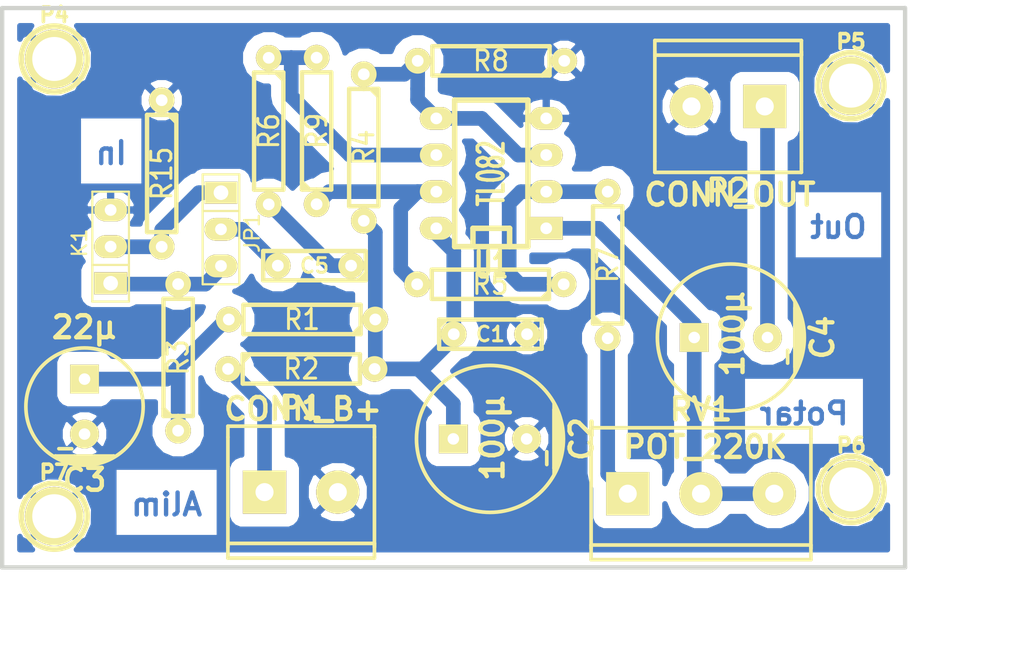
<source format=kicad_pcb>
(kicad_pcb (version 3) (host pcbnew "(2013-mar-13)-testing")

  (general
    (links 40)
    (no_connects 0)
    (area 38.059999 75.003 111.817396 121.120252)
    (thickness 1.6)
    (drawings 11)
    (tracks 77)
    (zones 0)
    (modules 25)
    (nets 16)
  )

  (page A4)
  (layers
    (15 F.Cu signal)
    (0 B.Cu signal)
    (16 B.Adhes user)
    (17 F.Adhes user)
    (18 B.Paste user)
    (19 F.Paste user)
    (20 B.SilkS user)
    (21 F.SilkS user)
    (22 B.Mask user)
    (23 F.Mask user)
    (24 Dwgs.User user)
    (25 Cmts.User user)
    (26 Eco1.User user)
    (27 Eco2.User user)
    (28 Edge.Cuts user)
  )

  (setup
    (last_trace_width 0.254)
    (user_trace_width 0.381)
    (user_trace_width 0.4064)
    (user_trace_width 0.508)
    (user_trace_width 0.889)
    (user_trace_width 1.016)
    (trace_clearance 0.254)
    (zone_clearance 0.889)
    (zone_45_only no)
    (trace_min 0.254)
    (segment_width 0.2)
    (edge_width 0.3)
    (via_size 0.889)
    (via_drill 0.635)
    (via_min_size 0.889)
    (via_min_drill 0.508)
    (uvia_size 0.508)
    (uvia_drill 0.127)
    (uvias_allowed no)
    (uvia_min_size 0.508)
    (uvia_min_drill 0.127)
    (pcb_text_width 0.3)
    (pcb_text_size 1 1)
    (mod_edge_width 0.15)
    (mod_text_size 1 1)
    (mod_text_width 0.15)
    (pad_size 1.524 2.286)
    (pad_drill 1.016)
    (pad_to_mask_clearance 0)
    (aux_axis_origin 0 0)
    (visible_elements FFFDFFFF)
    (pcbplotparams
      (layerselection 284164097)
      (usegerberextensions false)
      (excludeedgelayer true)
      (linewidth 0.150000)
      (plotframeref false)
      (viasonmask false)
      (mode 1)
      (useauxorigin false)
      (hpglpennumber 1)
      (hpglpenspeed 20)
      (hpglpendiameter 15)
      (hpglpenoverlay 2)
      (psnegative false)
      (psa4output false)
      (plotreference false)
      (plotvalue true)
      (plotothertext true)
      (plotinvisibletext true)
      (padsonsilk false)
      (subtractmaskfromsilk false)
      (outputformat 2)
      (mirror false)
      (drillshape 2)
      (scaleselection 1)
      (outputdirectory gerber/))
  )

  (net 0 "")
  (net 1 +5V)
  (net 2 GND)
  (net 3 N-0000020)
  (net 4 N-0000021)
  (net 5 N-0000022)
  (net 6 N-0000023)
  (net 7 N-0000031)
  (net 8 N-0000032)
  (net 9 N-0000033)
  (net 10 N-0000034)
  (net 11 N-0000035)
  (net 12 N-0000036)
  (net 13 N-0000040)
  (net 14 N-0000042)
  (net 15 N-0000043)

  (net_class Default "Ceci est la Netclass par défaut"
    (clearance 0.254)
    (trace_width 0.254)
    (via_dia 0.889)
    (via_drill 0.635)
    (uvia_dia 0.508)
    (uvia_drill 0.127)
    (add_net "")
    (add_net +5V)
    (add_net GND)
    (add_net N-0000020)
    (add_net N-0000021)
    (add_net N-0000022)
    (add_net N-0000023)
    (add_net N-0000031)
    (add_net N-0000032)
    (add_net N-0000033)
    (add_net N-0000034)
    (add_net N-0000035)
    (add_net N-0000036)
    (add_net N-0000040)
    (add_net N-0000042)
    (add_net N-0000043)
  )

  (module C2 (layer F.Cu) (tedit 51B496D4) (tstamp 51B4245C)
    (at 72.06 98.02)
    (descr "Condensateur = 2 pas")
    (tags C)
    (path /51B421BD)
    (fp_text reference C1 (at 0 0) (layer F.SilkS)
      (effects (font (size 1.016 1.016) (thickness 0.2032)))
    )
    (fp_text value 100n (at 0 0) (layer F.SilkS) hide
      (effects (font (size 1.016 1.016) (thickness 0.2032)))
    )
    (fp_line (start -3.556 -1.016) (end 3.556 -1.016) (layer F.SilkS) (width 0.3048))
    (fp_line (start 3.556 -1.016) (end 3.556 1.016) (layer F.SilkS) (width 0.3048))
    (fp_line (start 3.556 1.016) (end -3.556 1.016) (layer F.SilkS) (width 0.3048))
    (fp_line (start -3.556 1.016) (end -3.556 -1.016) (layer F.SilkS) (width 0.3048))
    (fp_line (start -3.556 -0.508) (end -3.048 -1.016) (layer F.SilkS) (width 0.3048))
    (pad 1 thru_hole circle (at -2.54 0) (size 1.778 1.778) (drill 0.8128)
      (layers *.Cu *.Mask F.SilkS)
      (net 14 N-0000042)
    )
    (pad 2 thru_hole circle (at 2.54 0) (size 1.778 1.778) (drill 0.8128)
      (layers *.Cu *.Mask F.SilkS)
      (net 2 GND)
    )
    (model discret/capa_2pas_5x5mm.wrl
      (at (xyz 0 0 0))
      (scale (xyz 1 1 1))
      (rotate (xyz 0 0 0))
    )
  )

  (module CP_10x16mm (layer F.Cu) (tedit 51EFC3E9) (tstamp 51B4246D)
    (at 72.03 105.28 270)
    (descr "Capacitor, pol, cyl 10x16mm")
    (path /51B3B12D)
    (fp_text reference C2 (at 0 -6.35 270) (layer F.SilkS)
      (effects (font (thickness 0.3048)))
    )
    (fp_text value 100µ (at -0.1 -0.18 270) (layer F.SilkS)
      (effects (font (thickness 0.3048)))
    )
    (fp_line (start -2.413 -4.445) (end 2.413 -4.445) (layer F.SilkS) (width 0.254))
    (fp_line (start 1.143 -4.826) (end -1.143 -4.826) (layer F.SilkS) (width 0.254))
    (fp_circle (center 0 0) (end 5.08 0.381) (layer F.SilkS) (width 0.254))
    (fp_line (start 2.032 -4.445) (end -2.032 -4.445) (layer F.SilkS) (width 0.254))
    (fp_line (start -2.032 -4.445) (end -1.651 -4.572) (layer F.SilkS) (width 0.254))
    (fp_line (start -1.651 -4.572) (end 1.651 -4.572) (layer F.SilkS) (width 0.254))
    (fp_line (start 1.651 -4.572) (end 2.032 -4.445) (layer F.SilkS) (width 0.254))
    (fp_line (start 0.889 -3.937) (end 1.778 -3.937) (layer F.SilkS) (width 0.254))
    (fp_line (start 1.016 -4.953) (end -1.016 -4.953) (layer F.SilkS) (width 0.254))
    (fp_line (start -1.016 -4.826) (end 1.016 -4.826) (layer F.SilkS) (width 0.254))
    (fp_line (start -1.524 -4.699) (end 1.524 -4.699) (layer F.SilkS) (width 0.254))
    (pad 1 thru_hole rect (at 0 2.54 270) (size 1.99898 1.99898) (drill 0.8001)
      (layers *.Cu *.Mask F.SilkS)
      (net 14 N-0000042)
    )
    (pad 2 thru_hole circle (at 0 -2.54 270) (size 1.99898 1.99898) (drill 0.8001)
      (layers *.Cu *.Mask F.SilkS)
      (net 2 GND)
    )
    (model ../3D_downloaded/walter/capacitors/cp_10x16mm.wrl
      (at (xyz 0 0 0))
      (scale (xyz 1 1 1))
      (rotate (xyz 0 0 0))
    )
  )

  (module CP_8x13mm (layer F.Cu) (tedit 51EFC3F6) (tstamp 51B4247C)
    (at 43.92 103.04 180)
    (descr "Capacitor, pol, cyl 8x13mm")
    (path /51B3B11B)
    (fp_text reference C3 (at 0 -5.08 180) (layer F.SilkS)
      (effects (font (thickness 0.3048)))
    )
    (fp_text value 22µ (at -0.01 5.5 180) (layer F.SilkS)
      (effects (font (thickness 0.3048)))
    )
    (fp_line (start 2.032 -3.429) (end -2.032 -3.429) (layer F.SilkS) (width 0.254))
    (fp_line (start -2.032 -3.429) (end -1.651 -3.556) (layer F.SilkS) (width 0.254))
    (fp_line (start -1.651 -3.556) (end 1.651 -3.556) (layer F.SilkS) (width 0.254))
    (fp_line (start 1.651 -3.556) (end 2.032 -3.429) (layer F.SilkS) (width 0.254))
    (fp_circle (center 0 0) (end -4.064 0.127) (layer F.SilkS) (width 0.254))
    (fp_line (start 0.889 -2.921) (end 1.778 -2.921) (layer F.SilkS) (width 0.254))
    (fp_line (start 1.016 -3.937) (end -1.016 -3.937) (layer F.SilkS) (width 0.254))
    (fp_line (start -1.016 -3.81) (end 1.016 -3.81) (layer F.SilkS) (width 0.254))
    (fp_line (start -1.524 -3.683) (end 1.524 -3.683) (layer F.SilkS) (width 0.254))
    (pad 1 thru_hole rect (at 0 1.905 180) (size 1.99898 1.99898) (drill 0.8001)
      (layers *.Cu *.Mask F.SilkS)
      (net 9 N-0000033)
    )
    (pad 2 thru_hole circle (at 0 -1.905 180) (size 1.99898 1.99898) (drill 0.8001)
      (layers *.Cu *.Mask F.SilkS)
      (net 2 GND)
    )
    (model ../3D_downloaded/walter/capacitors/cp_8x13mm.wrl
      (at (xyz 0 0 0))
      (scale (xyz 1 1 1))
      (rotate (xyz 0 0 0))
    )
  )

  (module CP_10x16mm (layer F.Cu) (tedit 51EFC3E0) (tstamp 51B4248D)
    (at 88.73 98.25 270)
    (descr "Capacitor, pol, cyl 10x16mm")
    (path /51B3B138)
    (fp_text reference C4 (at 0 -6.35 270) (layer F.SilkS)
      (effects (font (thickness 0.3048)))
    )
    (fp_text value 100µ (at -0.29 -0.12 270) (layer F.SilkS)
      (effects (font (thickness 0.3048)))
    )
    (fp_line (start -2.413 -4.445) (end 2.413 -4.445) (layer F.SilkS) (width 0.254))
    (fp_line (start 1.143 -4.826) (end -1.143 -4.826) (layer F.SilkS) (width 0.254))
    (fp_circle (center 0 0) (end 5.08 0.381) (layer F.SilkS) (width 0.254))
    (fp_line (start 2.032 -4.445) (end -2.032 -4.445) (layer F.SilkS) (width 0.254))
    (fp_line (start -2.032 -4.445) (end -1.651 -4.572) (layer F.SilkS) (width 0.254))
    (fp_line (start -1.651 -4.572) (end 1.651 -4.572) (layer F.SilkS) (width 0.254))
    (fp_line (start 1.651 -4.572) (end 2.032 -4.445) (layer F.SilkS) (width 0.254))
    (fp_line (start 0.889 -3.937) (end 1.778 -3.937) (layer F.SilkS) (width 0.254))
    (fp_line (start 1.016 -4.953) (end -1.016 -4.953) (layer F.SilkS) (width 0.254))
    (fp_line (start -1.016 -4.826) (end 1.016 -4.826) (layer F.SilkS) (width 0.254))
    (fp_line (start -1.524 -4.699) (end 1.524 -4.699) (layer F.SilkS) (width 0.254))
    (pad 1 thru_hole rect (at 0 2.54 270) (size 1.99898 1.99898) (drill 0.8001)
      (layers *.Cu *.Mask F.SilkS)
      (net 15 N-0000043)
    )
    (pad 2 thru_hole circle (at 0 -2.54 270) (size 1.99898 1.99898) (drill 0.8001)
      (layers *.Cu *.Mask F.SilkS)
      (net 7 N-0000031)
    )
    (model ../3D_downloaded/walter/capacitors/cp_10x16mm.wrl
      (at (xyz 0 0 0))
      (scale (xyz 1 1 1))
      (rotate (xyz 0 0 0))
    )
  )

  (module C2 (layer F.Cu) (tedit 51B496C9) (tstamp 51B42498)
    (at 59.86 93.27 180)
    (descr "Condensateur = 2 pas")
    (tags C)
    (path /51B3B040)
    (fp_text reference C5 (at 0 0 180) (layer F.SilkS)
      (effects (font (size 1.016 1.016) (thickness 0.2032)))
    )
    (fp_text value 1µ (at 0 0 180) (layer F.SilkS) hide
      (effects (font (size 1.016 1.016) (thickness 0.2032)))
    )
    (fp_line (start -3.556 -1.016) (end 3.556 -1.016) (layer F.SilkS) (width 0.3048))
    (fp_line (start 3.556 -1.016) (end 3.556 1.016) (layer F.SilkS) (width 0.3048))
    (fp_line (start 3.556 1.016) (end -3.556 1.016) (layer F.SilkS) (width 0.3048))
    (fp_line (start -3.556 1.016) (end -3.556 -1.016) (layer F.SilkS) (width 0.3048))
    (fp_line (start -3.556 -0.508) (end -3.048 -1.016) (layer F.SilkS) (width 0.3048))
    (pad 1 thru_hole circle (at -2.54 0 180) (size 1.778 1.778) (drill 0.8128)
      (layers *.Cu *.Mask F.SilkS)
      (net 10 N-0000034)
    )
    (pad 2 thru_hole circle (at 2.54 0 180) (size 1.778 1.778) (drill 0.8128)
      (layers *.Cu *.Mask F.SilkS)
      (net 5 N-0000022)
    )
    (model discret/capa_2pas_5x5mm.wrl
      (at (xyz 0 0 0))
      (scale (xyz 1 1 1))
      (rotate (xyz 0 0 0))
    )
  )

  (module mors_2p (layer F.Cu) (tedit 51EE38FA) (tstamp 51B424A7)
    (at 58.94 108.97)
    (descr "Terminal block 2 pins")
    (tags DEV)
    (path /51B3B1B4)
    (fp_text reference P1 (at 0 -5.842) (layer F.SilkS)
      (effects (font (thickness 0.3048)))
    )
    (fp_text value CONN_B+ (at 0.13 -5.76) (layer F.SilkS)
      (effects (font (thickness 0.3048)))
    )
    (fp_line (start 5.08 -3.81) (end 5.08 -4.572) (layer F.SilkS) (width 0.254))
    (fp_line (start 5.08 -4.572) (end -5.08 -4.572) (layer F.SilkS) (width 0.254))
    (fp_line (start -5.08 -4.572) (end -5.08 -3.81) (layer F.SilkS) (width 0.254))
    (fp_line (start 5.08 4.572) (end -5.08 4.572) (layer F.SilkS) (width 0.254))
    (fp_line (start -5.08 4.572) (end -5.08 3.556) (layer F.SilkS) (width 0.254))
    (fp_line (start -5.08 3.556) (end 5.08 3.556) (layer F.SilkS) (width 0.254))
    (fp_line (start 5.08 3.556) (end 5.08 4.572) (layer F.SilkS) (width 0.254))
    (fp_line (start 5.08 3.81) (end 5.08 -3.81) (layer F.SilkS) (width 0.254))
    (fp_line (start -5.08 -3.81) (end -5.08 3.81) (layer F.SilkS) (width 0.254))
    (pad 1 thru_hole rect (at -2.54 0) (size 2.99974 2.99974) (drill 1.24968)
      (layers *.Cu *.Mask F.SilkS)
      (net 1 +5V)
    )
    (pad 2 thru_hole circle (at 2.54 0) (size 2.99974 2.99974) (drill 1.24968)
      (layers *.Cu *.Mask F.SilkS)
      (net 2 GND)
    )
    (model ../3D_downloaded/walter/conn_screw/mors_2p.wrl
      (at (xyz 0 0 0))
      (scale (xyz 1 1 1))
      (rotate (xyz 0 0 180))
    )
  )

  (module mors_2p (layer F.Cu) (tedit 51EE38EF) (tstamp 51B424B6)
    (at 88.54 82.23 180)
    (descr "Terminal block 2 pins")
    (tags DEV)
    (path /51B3B1BA)
    (fp_text reference P2 (at 0 -5.842 180) (layer F.SilkS)
      (effects (font (thickness 0.3048)))
    )
    (fp_text value CONN_OUT (at -0.12 -6.12 180) (layer F.SilkS)
      (effects (font (thickness 0.3048)))
    )
    (fp_line (start 5.08 -3.81) (end 5.08 -4.572) (layer F.SilkS) (width 0.254))
    (fp_line (start 5.08 -4.572) (end -5.08 -4.572) (layer F.SilkS) (width 0.254))
    (fp_line (start -5.08 -4.572) (end -5.08 -3.81) (layer F.SilkS) (width 0.254))
    (fp_line (start 5.08 4.572) (end -5.08 4.572) (layer F.SilkS) (width 0.254))
    (fp_line (start -5.08 4.572) (end -5.08 3.556) (layer F.SilkS) (width 0.254))
    (fp_line (start -5.08 3.556) (end 5.08 3.556) (layer F.SilkS) (width 0.254))
    (fp_line (start 5.08 3.556) (end 5.08 4.572) (layer F.SilkS) (width 0.254))
    (fp_line (start 5.08 3.81) (end 5.08 -3.81) (layer F.SilkS) (width 0.254))
    (fp_line (start -5.08 -3.81) (end -5.08 3.81) (layer F.SilkS) (width 0.254))
    (pad 1 thru_hole rect (at -2.54 0 180) (size 2.99974 2.99974) (drill 1.24968)
      (layers *.Cu *.Mask F.SilkS)
      (net 7 N-0000031)
    )
    (pad 2 thru_hole circle (at 2.54 0 180) (size 2.99974 2.99974) (drill 1.24968)
      (layers *.Cu *.Mask F.SilkS)
      (net 2 GND)
    )
    (model ../3D_downloaded/walter/conn_screw/mors_2p.wrl
      (at (xyz 0 0 0))
      (scale (xyz 1 1 1))
      (rotate (xyz 0 0 180))
    )
  )

  (module 1pin (layer F.Cu) (tedit 51EFC315) (tstamp 51B424CB)
    (at 41.82 78.94)
    (descr "module 1 pin (ou trou mecanique de percage)")
    (tags DEV)
    (path /51B3B8A1)
    (fp_text reference P4 (at 0 -3.048) (layer F.SilkS)
      (effects (font (size 1.016 1.016) (thickness 0.254)))
    )
    (fp_text value F (at -0.02 3.85) (layer F.SilkS) hide
      (effects (font (size 1.016 1.016) (thickness 0.254)))
    )
    (fp_circle (center 0 0) (end 0 -2.286) (layer F.SilkS) (width 0.381))
    (pad 1 thru_hole circle (at 0 0) (size 4.064 4.064) (drill 3.048)
      (layers *.Cu *.Mask F.SilkS)
      (net 2 GND)
    )
  )

  (module 1pin (layer F.Cu) (tedit 51EFC2F3) (tstamp 51B424D1)
    (at 97.06 80.79)
    (descr "module 1 pin (ou trou mecanique de percage)")
    (tags DEV)
    (path /51B3B8AE)
    (fp_text reference P5 (at 0 -3.048) (layer F.SilkS)
      (effects (font (size 1.016 1.016) (thickness 0.254)))
    )
    (fp_text value F (at 0.02 3.92) (layer F.SilkS) hide
      (effects (font (size 1.016 1.016) (thickness 0.254)))
    )
    (fp_circle (center 0 0) (end 0 -2.286) (layer F.SilkS) (width 0.381))
    (pad 1 thru_hole circle (at 0 0) (size 4.064 4.064) (drill 3.048)
      (layers *.Cu *.Mask F.SilkS)
      (net 2 GND)
    )
  )

  (module 1pin (layer F.Cu) (tedit 51EFC301) (tstamp 51B424D7)
    (at 97.08 108.78)
    (descr "module 1 pin (ou trou mecanique de percage)")
    (tags DEV)
    (path /51B3B8B4)
    (fp_text reference P6 (at 0 -3.048) (layer F.SilkS)
      (effects (font (size 1.016 1.016) (thickness 0.254)))
    )
    (fp_text value F (at -0.02 3.59) (layer F.SilkS) hide
      (effects (font (size 1.016 1.016) (thickness 0.254)))
    )
    (fp_circle (center 0 0) (end 0 -2.286) (layer F.SilkS) (width 0.381))
    (pad 1 thru_hole circle (at 0 0) (size 4.064 4.064) (drill 3.048)
      (layers *.Cu *.Mask F.SilkS)
      (net 2 GND)
    )
  )

  (module 1pin (layer F.Cu) (tedit 51EFC30E) (tstamp 51B424DD)
    (at 41.82 110.64)
    (descr "module 1 pin (ou trou mecanique de percage)")
    (tags DEV)
    (path /51B3B8BA)
    (fp_text reference P7 (at 0 -3.048) (layer F.SilkS)
      (effects (font (size 1.016 1.016) (thickness 0.254)))
    )
    (fp_text value F (at 3.39 0) (layer F.SilkS) hide
      (effects (font (size 1.016 1.016) (thickness 0.254)))
    )
    (fp_circle (center 0 0) (end 0 -2.286) (layer F.SilkS) (width 0.381))
    (pad 1 thru_hole circle (at 0 0) (size 4.064 4.064) (drill 3.048)
      (layers *.Cu *.Mask F.SilkS)
      (net 2 GND)
    )
  )

  (module R4-LARGE_PADS (layer F.Cu) (tedit 47E2673E) (tstamp 51B424EB)
    (at 59 97 180)
    (descr "Resitance 4 pas")
    (tags R)
    (path /51B3B0C4)
    (autoplace_cost180 10)
    (fp_text reference R1 (at 0 0 180) (layer F.SilkS)
      (effects (font (size 1.397 1.27) (thickness 0.2032)))
    )
    (fp_text value 2K2 (at 0 0 180) (layer F.SilkS) hide
      (effects (font (size 1.397 1.27) (thickness 0.2032)))
    )
    (fp_line (start -5.08 0) (end -4.064 0) (layer F.SilkS) (width 0.3048))
    (fp_line (start -4.064 0) (end -4.064 -1.016) (layer F.SilkS) (width 0.3048))
    (fp_line (start -4.064 -1.016) (end 4.064 -1.016) (layer F.SilkS) (width 0.3048))
    (fp_line (start 4.064 -1.016) (end 4.064 1.016) (layer F.SilkS) (width 0.3048))
    (fp_line (start 4.064 1.016) (end -4.064 1.016) (layer F.SilkS) (width 0.3048))
    (fp_line (start -4.064 1.016) (end -4.064 0) (layer F.SilkS) (width 0.3048))
    (fp_line (start -4.064 -0.508) (end -3.556 -1.016) (layer F.SilkS) (width 0.3048))
    (fp_line (start 5.08 0) (end 4.064 0) (layer F.SilkS) (width 0.3048))
    (pad 1 thru_hole circle (at -5.08 0 180) (size 1.778 1.778) (drill 0.8128)
      (layers *.Cu *.Mask F.SilkS)
      (net 14 N-0000042)
    )
    (pad 2 thru_hole circle (at 5.08 0 180) (size 1.778 1.778) (drill 0.8128)
      (layers *.Cu *.Mask F.SilkS)
      (net 9 N-0000033)
    )
    (model discret/resistor.wrl
      (at (xyz 0 0 0))
      (scale (xyz 0.4 0.4 0.4))
      (rotate (xyz 0 0 0))
    )
  )

  (module R4-LARGE_PADS (layer F.Cu) (tedit 47E2673E) (tstamp 51B424F9)
    (at 58.95 100.43)
    (descr "Resitance 4 pas")
    (tags R)
    (path /51B3B15B)
    (autoplace_cost180 10)
    (fp_text reference R2 (at 0 0) (layer F.SilkS)
      (effects (font (size 1.397 1.27) (thickness 0.2032)))
    )
    (fp_text value 10 (at 0 0) (layer F.SilkS) hide
      (effects (font (size 1.397 1.27) (thickness 0.2032)))
    )
    (fp_line (start -5.08 0) (end -4.064 0) (layer F.SilkS) (width 0.3048))
    (fp_line (start -4.064 0) (end -4.064 -1.016) (layer F.SilkS) (width 0.3048))
    (fp_line (start -4.064 -1.016) (end 4.064 -1.016) (layer F.SilkS) (width 0.3048))
    (fp_line (start 4.064 -1.016) (end 4.064 1.016) (layer F.SilkS) (width 0.3048))
    (fp_line (start 4.064 1.016) (end -4.064 1.016) (layer F.SilkS) (width 0.3048))
    (fp_line (start -4.064 1.016) (end -4.064 0) (layer F.SilkS) (width 0.3048))
    (fp_line (start -4.064 -0.508) (end -3.556 -1.016) (layer F.SilkS) (width 0.3048))
    (fp_line (start 5.08 0) (end 4.064 0) (layer F.SilkS) (width 0.3048))
    (pad 1 thru_hole circle (at -5.08 0) (size 1.778 1.778) (drill 0.8128)
      (layers *.Cu *.Mask F.SilkS)
      (net 1 +5V)
    )
    (pad 2 thru_hole circle (at 5.08 0) (size 1.778 1.778) (drill 0.8128)
      (layers *.Cu *.Mask F.SilkS)
      (net 14 N-0000042)
    )
    (model discret/resistor.wrl
      (at (xyz 0 0 0))
      (scale (xyz 0.4 0.4 0.4))
      (rotate (xyz 0 0 0))
    )
  )

  (module R4-LARGE_PADS (layer F.Cu) (tedit 47E2673E) (tstamp 51B42507)
    (at 50.41 99.63 90)
    (descr "Resitance 4 pas")
    (tags R)
    (path /51B3B0DE)
    (autoplace_cost180 10)
    (fp_text reference R3 (at 0 0 90) (layer F.SilkS)
      (effects (font (size 1.397 1.27) (thickness 0.2032)))
    )
    (fp_text value 2K2 (at 0 0 90) (layer F.SilkS) hide
      (effects (font (size 1.397 1.27) (thickness 0.2032)))
    )
    (fp_line (start -5.08 0) (end -4.064 0) (layer F.SilkS) (width 0.3048))
    (fp_line (start -4.064 0) (end -4.064 -1.016) (layer F.SilkS) (width 0.3048))
    (fp_line (start -4.064 -1.016) (end 4.064 -1.016) (layer F.SilkS) (width 0.3048))
    (fp_line (start 4.064 -1.016) (end 4.064 1.016) (layer F.SilkS) (width 0.3048))
    (fp_line (start 4.064 1.016) (end -4.064 1.016) (layer F.SilkS) (width 0.3048))
    (fp_line (start -4.064 1.016) (end -4.064 0) (layer F.SilkS) (width 0.3048))
    (fp_line (start -4.064 -0.508) (end -3.556 -1.016) (layer F.SilkS) (width 0.3048))
    (fp_line (start 5.08 0) (end 4.064 0) (layer F.SilkS) (width 0.3048))
    (pad 1 thru_hole circle (at -5.08 0 90) (size 1.778 1.778) (drill 0.8128)
      (layers *.Cu *.Mask F.SilkS)
      (net 9 N-0000033)
    )
    (pad 2 thru_hole circle (at 5.08 0 90) (size 1.778 1.778) (drill 0.8128)
      (layers *.Cu *.Mask F.SilkS)
      (net 4 N-0000021)
    )
    (model discret/resistor.wrl
      (at (xyz 0 0 0))
      (scale (xyz 0.4 0.4 0.4))
      (rotate (xyz 0 0 0))
    )
  )

  (module R4-LARGE_PADS (layer F.Cu) (tedit 47E2673E) (tstamp 51B496B3)
    (at 63.28 85.08 270)
    (descr "Resitance 4 pas")
    (tags R)
    (path /51B3B006)
    (autoplace_cost180 10)
    (fp_text reference R4 (at 0 0 270) (layer F.SilkS)
      (effects (font (size 1.397 1.27) (thickness 0.2032)))
    )
    (fp_text value 10K (at 0 0 270) (layer F.SilkS) hide
      (effects (font (size 1.397 1.27) (thickness 0.2032)))
    )
    (fp_line (start -5.08 0) (end -4.064 0) (layer F.SilkS) (width 0.3048))
    (fp_line (start -4.064 0) (end -4.064 -1.016) (layer F.SilkS) (width 0.3048))
    (fp_line (start -4.064 -1.016) (end 4.064 -1.016) (layer F.SilkS) (width 0.3048))
    (fp_line (start 4.064 -1.016) (end 4.064 1.016) (layer F.SilkS) (width 0.3048))
    (fp_line (start 4.064 1.016) (end -4.064 1.016) (layer F.SilkS) (width 0.3048))
    (fp_line (start -4.064 1.016) (end -4.064 0) (layer F.SilkS) (width 0.3048))
    (fp_line (start -4.064 -0.508) (end -3.556 -1.016) (layer F.SilkS) (width 0.3048))
    (fp_line (start 5.08 0) (end 4.064 0) (layer F.SilkS) (width 0.3048))
    (pad 1 thru_hole circle (at -5.08 0 270) (size 1.778 1.778) (drill 0.8128)
      (layers *.Cu *.Mask F.SilkS)
      (net 3 N-0000020)
    )
    (pad 2 thru_hole circle (at 5.08 0 270) (size 1.778 1.778) (drill 0.8128)
      (layers *.Cu *.Mask F.SilkS)
      (net 14 N-0000042)
    )
    (model discret/resistor.wrl
      (at (xyz 0 0 0))
      (scale (xyz 0.4 0.4 0.4))
      (rotate (xyz 0 0 0))
    )
  )

  (module R4-LARGE_PADS (layer F.Cu) (tedit 47E2673E) (tstamp 51B42523)
    (at 72.06 94.56 180)
    (descr "Resitance 4 pas")
    (tags R)
    (path /51B3AF83)
    (autoplace_cost180 10)
    (fp_text reference R5 (at 0 0 180) (layer F.SilkS)
      (effects (font (size 1.397 1.27) (thickness 0.2032)))
    )
    (fp_text value 10K (at 0 0 180) (layer F.SilkS) hide
      (effects (font (size 1.397 1.27) (thickness 0.2032)))
    )
    (fp_line (start -5.08 0) (end -4.064 0) (layer F.SilkS) (width 0.3048))
    (fp_line (start -4.064 0) (end -4.064 -1.016) (layer F.SilkS) (width 0.3048))
    (fp_line (start -4.064 -1.016) (end 4.064 -1.016) (layer F.SilkS) (width 0.3048))
    (fp_line (start 4.064 -1.016) (end 4.064 1.016) (layer F.SilkS) (width 0.3048))
    (fp_line (start 4.064 1.016) (end -4.064 1.016) (layer F.SilkS) (width 0.3048))
    (fp_line (start -4.064 1.016) (end -4.064 0) (layer F.SilkS) (width 0.3048))
    (fp_line (start -4.064 -0.508) (end -3.556 -1.016) (layer F.SilkS) (width 0.3048))
    (fp_line (start 5.08 0) (end 4.064 0) (layer F.SilkS) (width 0.3048))
    (pad 1 thru_hole circle (at -5.08 0 180) (size 1.778 1.778) (drill 0.8128)
      (layers *.Cu *.Mask F.SilkS)
      (net 11 N-0000035)
    )
    (pad 2 thru_hole circle (at 5.08 0 180) (size 1.778 1.778) (drill 0.8128)
      (layers *.Cu *.Mask F.SilkS)
      (net 8 N-0000032)
    )
    (model discret/resistor.wrl
      (at (xyz 0 0 0))
      (scale (xyz 0.4 0.4 0.4))
      (rotate (xyz 0 0 0))
    )
  )

  (module R4-LARGE_PADS (layer F.Cu) (tedit 47E2673E) (tstamp 51B42531)
    (at 56.69 83.94 270)
    (descr "Resitance 4 pas")
    (tags R)
    (path /51B3AF9E)
    (autoplace_cost180 10)
    (fp_text reference R6 (at 0 0 270) (layer F.SilkS)
      (effects (font (size 1.397 1.27) (thickness 0.2032)))
    )
    (fp_text value 10K (at 0 0 270) (layer F.SilkS) hide
      (effects (font (size 1.397 1.27) (thickness 0.2032)))
    )
    (fp_line (start -5.08 0) (end -4.064 0) (layer F.SilkS) (width 0.3048))
    (fp_line (start -4.064 0) (end -4.064 -1.016) (layer F.SilkS) (width 0.3048))
    (fp_line (start -4.064 -1.016) (end 4.064 -1.016) (layer F.SilkS) (width 0.3048))
    (fp_line (start 4.064 -1.016) (end 4.064 1.016) (layer F.SilkS) (width 0.3048))
    (fp_line (start 4.064 1.016) (end -4.064 1.016) (layer F.SilkS) (width 0.3048))
    (fp_line (start -4.064 1.016) (end -4.064 0) (layer F.SilkS) (width 0.3048))
    (fp_line (start -4.064 -0.508) (end -3.556 -1.016) (layer F.SilkS) (width 0.3048))
    (fp_line (start 5.08 0) (end 4.064 0) (layer F.SilkS) (width 0.3048))
    (pad 1 thru_hole circle (at -5.08 0 270) (size 1.778 1.778) (drill 0.8128)
      (layers *.Cu *.Mask F.SilkS)
      (net 12 N-0000036)
    )
    (pad 2 thru_hole circle (at 5.08 0 270) (size 1.778 1.778) (drill 0.8128)
      (layers *.Cu *.Mask F.SilkS)
      (net 10 N-0000034)
    )
    (model discret/resistor.wrl
      (at (xyz 0 0 0))
      (scale (xyz 0.4 0.4 0.4))
      (rotate (xyz 0 0 0))
    )
  )

  (module R4-LARGE_PADS (layer F.Cu) (tedit 47E2673E) (tstamp 51B4253F)
    (at 80.19 93.22 90)
    (descr "Resitance 4 pas")
    (tags R)
    (path /51B3AFBB)
    (autoplace_cost180 10)
    (fp_text reference R7 (at 0 0 90) (layer F.SilkS)
      (effects (font (size 1.397 1.27) (thickness 0.2032)))
    )
    (fp_text value 10K (at 0 0 90) (layer F.SilkS) hide
      (effects (font (size 1.397 1.27) (thickness 0.2032)))
    )
    (fp_line (start -5.08 0) (end -4.064 0) (layer F.SilkS) (width 0.3048))
    (fp_line (start -4.064 0) (end -4.064 -1.016) (layer F.SilkS) (width 0.3048))
    (fp_line (start -4.064 -1.016) (end 4.064 -1.016) (layer F.SilkS) (width 0.3048))
    (fp_line (start 4.064 -1.016) (end 4.064 1.016) (layer F.SilkS) (width 0.3048))
    (fp_line (start 4.064 1.016) (end -4.064 1.016) (layer F.SilkS) (width 0.3048))
    (fp_line (start -4.064 1.016) (end -4.064 0) (layer F.SilkS) (width 0.3048))
    (fp_line (start -4.064 -0.508) (end -3.556 -1.016) (layer F.SilkS) (width 0.3048))
    (fp_line (start 5.08 0) (end 4.064 0) (layer F.SilkS) (width 0.3048))
    (pad 1 thru_hole circle (at -5.08 0 90) (size 1.778 1.778) (drill 0.8128)
      (layers *.Cu *.Mask F.SilkS)
      (net 13 N-0000040)
    )
    (pad 2 thru_hole circle (at 5.08 0 90) (size 1.778 1.778) (drill 0.8128)
      (layers *.Cu *.Mask F.SilkS)
      (net 11 N-0000035)
    )
    (model discret/resistor.wrl
      (at (xyz 0 0 0))
      (scale (xyz 0.4 0.4 0.4))
      (rotate (xyz 0 0 0))
    )
  )

  (module R4-LARGE_PADS (layer F.Cu) (tedit 47E2673E) (tstamp 51B4254D)
    (at 72.1 79.07 180)
    (descr "Resitance 4 pas")
    (tags R)
    (path /51B3B012)
    (autoplace_cost180 10)
    (fp_text reference R8 (at 0 0 180) (layer F.SilkS)
      (effects (font (size 1.397 1.27) (thickness 0.2032)))
    )
    (fp_text value 10K (at 0 0 180) (layer F.SilkS) hide
      (effects (font (size 1.397 1.27) (thickness 0.2032)))
    )
    (fp_line (start -5.08 0) (end -4.064 0) (layer F.SilkS) (width 0.3048))
    (fp_line (start -4.064 0) (end -4.064 -1.016) (layer F.SilkS) (width 0.3048))
    (fp_line (start -4.064 -1.016) (end 4.064 -1.016) (layer F.SilkS) (width 0.3048))
    (fp_line (start 4.064 -1.016) (end 4.064 1.016) (layer F.SilkS) (width 0.3048))
    (fp_line (start 4.064 1.016) (end -4.064 1.016) (layer F.SilkS) (width 0.3048))
    (fp_line (start -4.064 1.016) (end -4.064 0) (layer F.SilkS) (width 0.3048))
    (fp_line (start -4.064 -0.508) (end -3.556 -1.016) (layer F.SilkS) (width 0.3048))
    (fp_line (start 5.08 0) (end 4.064 0) (layer F.SilkS) (width 0.3048))
    (pad 1 thru_hole circle (at -5.08 0 180) (size 1.778 1.778) (drill 0.8128)
      (layers *.Cu *.Mask F.SilkS)
      (net 2 GND)
    )
    (pad 2 thru_hole circle (at 5.08 0 180) (size 1.778 1.778) (drill 0.8128)
      (layers *.Cu *.Mask F.SilkS)
      (net 3 N-0000020)
    )
    (model discret/resistor.wrl
      (at (xyz 0 0 0))
      (scale (xyz 0.4 0.4 0.4))
      (rotate (xyz 0 0 0))
    )
  )

  (module R4-LARGE_PADS (layer F.Cu) (tedit 51CC1AA8) (tstamp 51B4255B)
    (at 60.01 83.93 90)
    (descr "Resitance 4 pas")
    (tags R)
    (path /51B3AFF0)
    (autoplace_cost180 10)
    (fp_text reference R9 (at 0 0 90) (layer F.SilkS)
      (effects (font (size 1.397 1.27) (thickness 0.2032)))
    )
    (fp_text value 100K (at 0 0 90) (layer F.SilkS) hide
      (effects (font (size 1.397 1.27) (thickness 0.2032)))
    )
    (fp_line (start -5.08 0) (end -4.064 0) (layer F.SilkS) (width 0.3048))
    (fp_line (start -4.064 0) (end -4.064 -1.016) (layer F.SilkS) (width 0.3048))
    (fp_line (start -4.064 -1.016) (end 4.064 -1.016) (layer F.SilkS) (width 0.3048))
    (fp_line (start 4.064 -1.016) (end 4.064 1.016) (layer F.SilkS) (width 0.3048))
    (fp_line (start 4.064 1.016) (end -4.064 1.016) (layer F.SilkS) (width 0.3048))
    (fp_line (start -4.064 1.016) (end -4.064 0) (layer F.SilkS) (width 0.3048))
    (fp_line (start -4.064 -0.508) (end -3.556 -1.016) (layer F.SilkS) (width 0.3048))
    (fp_line (start 5.08 0) (end 4.064 0) (layer F.SilkS) (width 0.3048))
    (pad 1 thru_hole circle (at -5.08 0 90) (size 1.778 1.778) (drill 0.8128)
      (layers *.Cu *.Mask F.SilkS)
      (net 8 N-0000032)
    )
    (pad 2 thru_hole circle (at 5.08 0 90) (size 1.778 1.778) (drill 0.8128)
      (layers *.Cu *.Mask F.SilkS)
      (net 12 N-0000036)
    )
    (model discret/resistor.wrl
      (at (xyz 0 0 0))
      (scale (xyz 0.4 0.4 0.4))
      (rotate (xyz 0 0 0))
    )
  )

  (module mors_3p (layer F.Cu) (tedit 51EE37EA) (tstamp 51B4256B)
    (at 86.66 109.08)
    (descr "Terminal block 3 pins")
    (tags DEV)
    (path /51B3BA87)
    (fp_text reference RV1 (at 0 -5.842) (layer F.SilkS)
      (effects (font (thickness 0.3048)))
    )
    (fp_text value POT_220K (at 0.29 -3.24) (layer F.SilkS)
      (effects (font (thickness 0.3048)))
    )
    (fp_line (start -7.62 4.572) (end -7.62 3.556) (layer F.SilkS) (width 0.254))
    (fp_line (start -7.62 3.556) (end 7.62 3.556) (layer F.SilkS) (width 0.254))
    (fp_line (start 7.62 3.556) (end 7.62 4.572) (layer F.SilkS) (width 0.254))
    (fp_line (start 7.62 4.572) (end -7.62 4.572) (layer F.SilkS) (width 0.254))
    (fp_line (start -7.62 -4.572) (end -7.62 -3.81) (layer F.SilkS) (width 0.254))
    (fp_line (start -7.62 -4.572) (end 7.62 -4.572) (layer F.SilkS) (width 0.254))
    (fp_line (start 7.62 -4.572) (end 7.62 -3.81) (layer F.SilkS) (width 0.254))
    (fp_line (start -7.62 3.81) (end -7.62 -3.81) (layer F.SilkS) (width 0.254))
    (fp_line (start 7.62 3.81) (end 7.62 -3.81) (layer F.SilkS) (width 0.254))
    (pad 1 thru_hole rect (at -5.08 0) (size 2.99974 2.99974) (drill 1.24968)
      (layers *.Cu *.Mask F.SilkS)
      (net 13 N-0000040)
    )
    (pad 2 thru_hole circle (at 0 0) (size 2.99974 2.99974) (drill 1.24968)
      (layers *.Cu *.Mask F.SilkS)
      (net 15 N-0000043)
    )
    (pad 3 thru_hole circle (at 5.08 0) (size 2.99974 2.99974) (drill 1.24968)
      (layers *.Cu *.Mask F.SilkS)
      (net 15 N-0000043)
    )
    (model ../3D_downloaded/walter/conn_screw/mors_3p.wrl
      (at (xyz 0 0 0))
      (scale (xyz 1 1 1))
      (rotate (xyz 0 0 180))
    )
  )

  (module DIP-8__300_ELL (layer F.Cu) (tedit 200000) (tstamp 51B4257E)
    (at 72.12 86.87 90)
    (descr "8 pins DIL package, elliptical pads")
    (tags DIL)
    (path /51C725BD)
    (fp_text reference U1 (at -6.35 0 180) (layer F.SilkS)
      (effects (font (size 1.778 1.143) (thickness 0.3048)))
    )
    (fp_text value TL082 (at 0 0 90) (layer F.SilkS)
      (effects (font (size 1.778 1.016) (thickness 0.3048)))
    )
    (fp_line (start -5.08 -1.27) (end -3.81 -1.27) (layer F.SilkS) (width 0.381))
    (fp_line (start -3.81 -1.27) (end -3.81 1.27) (layer F.SilkS) (width 0.381))
    (fp_line (start -3.81 1.27) (end -5.08 1.27) (layer F.SilkS) (width 0.381))
    (fp_line (start -5.08 -2.54) (end 5.08 -2.54) (layer F.SilkS) (width 0.381))
    (fp_line (start 5.08 -2.54) (end 5.08 2.54) (layer F.SilkS) (width 0.381))
    (fp_line (start 5.08 2.54) (end -5.08 2.54) (layer F.SilkS) (width 0.381))
    (fp_line (start -5.08 2.54) (end -5.08 -2.54) (layer F.SilkS) (width 0.381))
    (pad 1 thru_hole rect (at -3.81 3.81 90) (size 1.5748 2.286) (drill 0.8128)
      (layers *.Cu *.Mask F.SilkS)
      (net 15 N-0000043)
    )
    (pad 2 thru_hole oval (at -1.27 3.81 90) (size 1.5748 2.286) (drill 0.8128)
      (layers *.Cu *.Mask F.SilkS)
      (net 11 N-0000035)
    )
    (pad 3 thru_hole oval (at 1.27 3.81 90) (size 1.5748 2.286) (drill 0.8128)
      (layers *.Cu *.Mask F.SilkS)
      (net 3 N-0000020)
    )
    (pad 4 thru_hole oval (at 3.81 3.81 90) (size 1.5748 2.286) (drill 0.8128)
      (layers *.Cu *.Mask F.SilkS)
      (net 2 GND)
    )
    (pad 5 thru_hole oval (at 3.81 -3.81 90) (size 1.5748 2.286) (drill 0.8128)
      (layers *.Cu *.Mask F.SilkS)
      (net 3 N-0000020)
    )
    (pad 6 thru_hole oval (at 1.27 -3.81 90) (size 1.5748 2.286) (drill 0.8128)
      (layers *.Cu *.Mask F.SilkS)
      (net 12 N-0000036)
    )
    (pad 7 thru_hole oval (at -1.27 -3.81 90) (size 1.5748 2.286) (drill 0.8128)
      (layers *.Cu *.Mask F.SilkS)
      (net 8 N-0000032)
    )
    (pad 8 thru_hole oval (at -3.81 -3.81 90) (size 1.5748 2.286) (drill 0.8128)
      (layers *.Cu *.Mask F.SilkS)
      (net 14 N-0000042)
    )
    (model dil/dil_8.wrl
      (at (xyz 0 0 0))
      (scale (xyz 1 1 1))
      (rotate (xyz 0 0 0))
    )
  )

  (module PIN_ARRAY_3X1 (layer F.Cu) (tedit 51EE387E) (tstamp 51BD6BE8)
    (at 45.73 91.95 90)
    (descr "Connecteur 3 pins")
    (tags "CONN DEV")
    (path /51BD6610)
    (fp_text reference K1 (at 0.254 -2.159 90) (layer F.SilkS)
      (effects (font (size 1.016 1.016) (thickness 0.1524)))
    )
    (fp_text value MIC_IN (at -0.07 -2.55 90) (layer F.SilkS) hide
      (effects (font (size 1.016 1.016) (thickness 0.1524)))
    )
    (fp_line (start -3.81 1.27) (end -3.81 -1.27) (layer F.SilkS) (width 0.1524))
    (fp_line (start -3.81 -1.27) (end 3.81 -1.27) (layer F.SilkS) (width 0.1524))
    (fp_line (start 3.81 -1.27) (end 3.81 1.27) (layer F.SilkS) (width 0.1524))
    (fp_line (start 3.81 1.27) (end -3.81 1.27) (layer F.SilkS) (width 0.1524))
    (fp_line (start -1.27 -1.27) (end -1.27 1.27) (layer F.SilkS) (width 0.1524))
    (pad 1 thru_hole rect (at -2.54 0 90) (size 1.524 2.286) (drill 1.016)
      (layers *.Cu *.Mask F.SilkS)
      (net 4 N-0000021)
    )
    (pad 2 thru_hole oval (at 0 0 90) (size 1.5748 2.286) (drill 0.8128)
      (layers *.Cu *.Mask F.SilkS)
      (net 6 N-0000023)
    )
    (pad 3 thru_hole oval (at 2.54 0 90) (size 1.5748 2.286) (drill 0.8128)
      (layers *.Cu *.Mask F.SilkS)
      (net 2 GND)
    )
    (model pin_array/pins_array_3x1.wrl
      (at (xyz 0 0 0))
      (scale (xyz 1 1 1))
      (rotate (xyz 0 0 0))
    )
  )

  (module R4-LARGE_PADS (layer F.Cu) (tedit 47E2673E) (tstamp 51BD6BF6)
    (at 49.27 86.88 270)
    (descr "Resitance 4 pas")
    (tags R)
    (path /51BD665A)
    (autoplace_cost180 10)
    (fp_text reference R15 (at 0 0 270) (layer F.SilkS)
      (effects (font (size 1.397 1.27) (thickness 0.2032)))
    )
    (fp_text value 10K (at 0 0 270) (layer F.SilkS) hide
      (effects (font (size 1.397 1.27) (thickness 0.2032)))
    )
    (fp_line (start -5.08 0) (end -4.064 0) (layer F.SilkS) (width 0.3048))
    (fp_line (start -4.064 0) (end -4.064 -1.016) (layer F.SilkS) (width 0.3048))
    (fp_line (start -4.064 -1.016) (end 4.064 -1.016) (layer F.SilkS) (width 0.3048))
    (fp_line (start 4.064 -1.016) (end 4.064 1.016) (layer F.SilkS) (width 0.3048))
    (fp_line (start 4.064 1.016) (end -4.064 1.016) (layer F.SilkS) (width 0.3048))
    (fp_line (start -4.064 1.016) (end -4.064 0) (layer F.SilkS) (width 0.3048))
    (fp_line (start -4.064 -0.508) (end -3.556 -1.016) (layer F.SilkS) (width 0.3048))
    (fp_line (start 5.08 0) (end 4.064 0) (layer F.SilkS) (width 0.3048))
    (pad 1 thru_hole circle (at -5.08 0 270) (size 1.778 1.778) (drill 0.8128)
      (layers *.Cu *.Mask F.SilkS)
      (net 2 GND)
    )
    (pad 2 thru_hole circle (at 5.08 0 270) (size 1.778 1.778) (drill 0.8128)
      (layers *.Cu *.Mask F.SilkS)
      (net 6 N-0000023)
    )
    (model discret/resistor.wrl
      (at (xyz 0 0 0))
      (scale (xyz 0.4 0.4 0.4))
      (rotate (xyz 0 0 0))
    )
  )

  (module PIN_ARRAY_3X1 (layer F.Cu) (tedit 51EE3A02) (tstamp 51C720C3)
    (at 53.38 90.75 270)
    (descr "Connecteur 3 pins")
    (tags "CONN DEV")
    (path /51C71C75)
    (fp_text reference JP1 (at 0.254 -2.159 270) (layer F.SilkS)
      (effects (font (size 1.016 1.016) (thickness 0.1524)))
    )
    (fp_text value JUMPER_2_3 (at -8.99 0 270) (layer F.SilkS) hide
      (effects (font (size 1.016 1.016) (thickness 0.1524)))
    )
    (fp_line (start -3.81 1.27) (end -3.81 -1.27) (layer F.SilkS) (width 0.1524))
    (fp_line (start -3.81 -1.27) (end 3.81 -1.27) (layer F.SilkS) (width 0.1524))
    (fp_line (start 3.81 -1.27) (end 3.81 1.27) (layer F.SilkS) (width 0.1524))
    (fp_line (start 3.81 1.27) (end -3.81 1.27) (layer F.SilkS) (width 0.1524))
    (fp_line (start -1.27 -1.27) (end -1.27 1.27) (layer F.SilkS) (width 0.1524))
    (pad 1 thru_hole rect (at -2.54 0 270) (size 1.524 2.286) (drill 1.016)
      (layers *.Cu *.Mask F.SilkS)
      (net 6 N-0000023)
    )
    (pad 2 thru_hole oval (at 0 0 270) (size 1.5748 2.286) (drill 0.8128)
      (layers *.Cu *.Mask F.SilkS)
      (net 5 N-0000022)
    )
    (pad 3 thru_hole oval (at 2.54 0 270) (size 1.5748 2.286) (drill 0.8128)
      (layers *.Cu *.Mask F.SilkS)
      (net 4 N-0000021)
    )
    (model pin_array/pins_array_3x1.wrl
      (at (xyz 0 0 0))
      (scale (xyz 1 1 1))
      (rotate (xyz 0 0 0))
    )
  )

  (dimension 38.990128 (width 0.25) (layer Cmts.User)
    (gr_text "38,990 mm" (at 107.359062 94.711666 89.85305039) (layer Cmts.User)
      (effects (font (size 1 1) (thickness 0.25)))
    )
    (feature1 (pts (xy 104.81 75.21) (xy 108.409059 75.219231)))
    (feature2 (pts (xy 104.71 114.2) (xy 108.309059 114.209231)))
    (crossbar (pts (xy 106.309066 114.204101) (xy 106.409066 75.214101)))
    (arrow1a (pts (xy 106.409066 75.214101) (xy 106.992596 76.342105)))
    (arrow1b (pts (xy 106.409066 75.214101) (xy 105.819758 76.339097)))
    (arrow2a (pts (xy 106.309066 114.204101) (xy 106.898374 113.079105)))
    (arrow2b (pts (xy 106.309066 114.204101) (xy 105.725536 113.076097)))
  )
  (gr_text Potar (at 93.8 103.52) (layer B.Cu)
    (effects (font (thickness 0.3)) (justify mirror))
  )
  (gr_text Alim (at 49.61 109.83) (layer B.Cu)
    (effects (font (thickness 0.3)) (justify mirror))
  )
  (gr_text In (at 45.77 85.47) (layer B.Cu)
    (effects (font (thickness 0.3)) (justify mirror))
  )
  (gr_text Out (at 96.19 90.59) (layer B.Cu)
    (effects (font (thickness 0.3)) (justify mirror))
  )
  (dimension 62.850064 (width 0.25) (layer Cmts.User)
    (gr_text "62,850 mm" (at 69.65026 120.165252 359.9179536) (layer Cmts.User)
      (effects (font (size 1 1) (thickness 0.25)))
    )
    (feature1 (pts (xy 101.08 116.9) (xy 101.073828 121.210251)))
    (feature2 (pts (xy 38.23 116.81) (xy 38.223828 121.120251)))
    (crossbar (pts (xy 38.226692 119.120253) (xy 101.076692 119.210253)))
    (arrow1a (pts (xy 101.076692 119.210253) (xy 99.94935 119.79506)))
    (arrow1b (pts (xy 101.076692 119.210253) (xy 99.951029 118.62222)))
    (arrow2a (pts (xy 38.226692 119.120253) (xy 39.352355 119.708286)))
    (arrow2b (pts (xy 38.226692 119.120253) (xy 39.354034 118.535446)))
  )
  (gr_line (start 100.81 75.4) (end 100.78 75.4) (angle 90) (layer Edge.Cuts) (width 0.15))
  (gr_line (start 100.81 114.19) (end 100.81 75.4) (angle 90) (layer Edge.Cuts) (width 0.3))
  (gr_line (start 38.21 114.19) (end 100.81 114.19) (angle 90) (layer Edge.Cuts) (width 0.3))
  (gr_line (start 38.21 75.41) (end 38.21 114.19) (angle 90) (layer Edge.Cuts) (width 0.3))
  (gr_line (start 100.76 75.41) (end 38.21 75.41) (angle 90) (layer Edge.Cuts) (width 0.3))

  (segment (start 56.4 108.97) (end 56.4 102.96) (width 1.016) (layer B.Cu) (net 1))
  (segment (start 56.4 102.96) (end 53.87 100.43) (width 1.016) (layer B.Cu) (net 1) (tstamp 51BD6C1F))
  (segment (start 63.28 80) (end 66.09 80) (width 1.016) (layer B.Cu) (net 3))
  (segment (start 66.09 80) (end 67.02 79.07) (width 1.016) (layer B.Cu) (net 3) (tstamp 51C7204E))
  (segment (start 75.93 85.6) (end 73.99 85.6) (width 1.016) (layer B.Cu) (net 3))
  (segment (start 71.45 83.06) (end 68.31 83.06) (width 1.016) (layer B.Cu) (net 3) (tstamp 51B46953))
  (segment (start 73.99 85.6) (end 71.45 83.06) (width 1.016) (layer B.Cu) (net 3) (tstamp 51B46951))
  (segment (start 67.02 79.07) (end 67.012799 81.007069) (width 1.016) (layer B.Cu) (net 3) (status 10))
  (segment (start 67.012799 81.007069) (end 67.01 81.76) (width 1.016) (layer B.Cu) (net 3) (tstamp 51BD6C2E) (status 10))
  (segment (start 67.01 81.76) (end 68.31 83.06) (width 1.016) (layer B.Cu) (net 3) (tstamp 51B46948))
  (segment (start 53.38 93.29) (end 53.38 93.46) (width 1.016) (layer B.Cu) (net 4) (status 30))
  (segment (start 52.29 94.55) (end 50.41 94.55) (width 1.016) (layer B.Cu) (net 4) (tstamp 51C72030))
  (segment (start 53.38 93.46) (end 52.29 94.55) (width 1.016) (layer B.Cu) (net 4) (tstamp 51C7202F) (status 10))
  (segment (start 50.41 94.55) (end 45.79 94.55) (width 1.016) (layer B.Cu) (net 4))
  (segment (start 45.79 94.55) (end 45.73 94.49) (width 1.016) (layer B.Cu) (net 4) (tstamp 51BD6CB6))
  (segment (start 53.38 90.75) (end 54.8 90.75) (width 1.016) (layer B.Cu) (net 5) (status 10))
  (segment (start 54.8 90.75) (end 57.32 93.27) (width 1.016) (layer B.Cu) (net 5) (tstamp 51C72037))
  (segment (start 49.27 91.96) (end 49.27 90.79) (width 1.016) (layer B.Cu) (net 6))
  (segment (start 51.85 88.21) (end 53.38 88.21) (width 1.016) (layer B.Cu) (net 6) (tstamp 51C72034) (status 20))
  (segment (start 49.27 90.79) (end 51.85 88.21) (width 1.016) (layer B.Cu) (net 6) (tstamp 51C72033))
  (segment (start 49.27 91.96) (end 45.74 91.96) (width 1.016) (layer B.Cu) (net 6))
  (segment (start 45.74 91.96) (end 45.73 91.95) (width 1.016) (layer B.Cu) (net 6) (tstamp 51BD6CB3))
  (segment (start 91.27 98.25) (end 91.27 82.42) (width 1.016) (layer B.Cu) (net 7))
  (segment (start 91.27 82.42) (end 91.08 82.23) (width 1.016) (layer B.Cu) (net 7) (tstamp 51D6CED8))
  (segment (start 68.31 88.14) (end 60.88 88.14) (width 1.016) (layer B.Cu) (net 8))
  (segment (start 60.88 88.14) (end 60.01 89.01) (width 1.016) (layer B.Cu) (net 8) (tstamp 51CC1AC4))
  (segment (start 66.98 94.56) (end 66.9 94.56) (width 1.016) (layer B.Cu) (net 8))
  (segment (start 65.84 89.3) (end 67 88.14) (width 1.016) (layer B.Cu) (net 8) (tstamp 51C72048))
  (segment (start 65.84 93.5) (end 65.84 89.3) (width 1.016) (layer B.Cu) (net 8) (tstamp 51C72047))
  (segment (start 66.9 94.56) (end 65.84 93.5) (width 1.016) (layer B.Cu) (net 8) (tstamp 51C72046))
  (segment (start 68.31 88.14) (end 67 88.14) (width 1.016) (layer B.Cu) (net 8))
  (via (at 60.01 89.02) (size 0.889) (layers F.Cu B.Cu) (net 8) (status 30))
  (segment (start 66.98 94.56) (end 66.98 94.51) (width 1.016) (layer B.Cu) (net 8))
  (segment (start 66.98 94.51) (end 66.98 94.56) (width 1.016) (layer B.Cu) (net 8) (tstamp 51B461A1))
  (segment (start 43.92 101.135) (end 49.615 101.135) (width 1.016) (layer B.Cu) (net 9))
  (segment (start 49.615 101.135) (end 50.41 100.34) (width 1.016) (layer B.Cu) (net 9) (tstamp 51BD6CC7))
  (segment (start 53.92 97) (end 53.75 97) (width 1.016) (layer B.Cu) (net 9))
  (segment (start 50.41 100.34) (end 50.41 104.71) (width 1.016) (layer B.Cu) (net 9) (tstamp 51BD6CC4))
  (segment (start 53.75 97) (end 50.41 100.34) (width 1.016) (layer B.Cu) (net 9) (tstamp 51BD6CC3))
  (segment (start 56.69 89.02) (end 56.77 89.02) (width 1.016) (layer B.Cu) (net 10))
  (segment (start 61.02 93.27) (end 62.4 93.27) (width 1.016) (layer B.Cu) (net 10) (tstamp 51C720C8))
  (segment (start 56.77 89.02) (end 61.02 93.27) (width 1.016) (layer B.Cu) (net 10) (tstamp 51C720C7))
  (segment (start 75.93 88.14) (end 74.17 88.14) (width 1.016) (layer B.Cu) (net 11))
  (segment (start 74.09 94.56) (end 77.14 94.56) (width 1.016) (layer B.Cu) (net 11) (tstamp 51B46980))
  (segment (start 73.36 93.83) (end 74.09 94.56) (width 1.016) (layer B.Cu) (net 11) (tstamp 51B4697D))
  (segment (start 73.36 88.95) (end 73.36 93.83) (width 1.016) (layer B.Cu) (net 11) (tstamp 51B4697A))
  (segment (start 74.17 88.14) (end 73.36 88.95) (width 1.016) (layer B.Cu) (net 11) (tstamp 51B46973))
  (segment (start 80.19 88.14) (end 75.93 88.14) (width 1.016) (layer B.Cu) (net 11))
  (segment (start 68.31 85.6) (end 62.32 85.6) (width 1.016) (layer B.Cu) (net 12))
  (segment (start 58.25 81.53) (end 58.25 78.85) (width 1.016) (layer B.Cu) (net 12) (tstamp 51C720CF))
  (segment (start 62.32 85.6) (end 58.25 81.53) (width 1.016) (layer B.Cu) (net 12) (tstamp 51C720CE))
  (segment (start 58.25 78.85) (end 58.25 78.87) (width 1.016) (layer B.Cu) (net 12) (tstamp 51C720D0))
  (segment (start 58.25 78.87) (end 58.25 78.85) (width 1.016) (layer B.Cu) (net 12) (tstamp 51C720D2))
  (segment (start 60.01 78.85) (end 58.25 78.85) (width 1.016) (layer B.Cu) (net 12))
  (segment (start 58.25 78.85) (end 56.7 78.85) (width 1.016) (layer B.Cu) (net 12) (tstamp 51C720D3))
  (segment (start 56.7 78.85) (end 56.69 78.86) (width 1.016) (layer B.Cu) (net 12) (tstamp 51C720CB))
  (segment (start 80.19 98.3) (end 80.19 107.69) (width 1.016) (layer B.Cu) (net 13))
  (segment (start 80.19 107.69) (end 81.58 109.08) (width 1.016) (layer B.Cu) (net 13) (tstamp 51B46AF1))
  (segment (start 64.08 97) (end 64.08 90.96) (width 1.016) (layer B.Cu) (net 14))
  (segment (start 64.08 90.96) (end 63.28 90.16) (width 1.016) (layer B.Cu) (net 14) (tstamp 51C7203D))
  (segment (start 64.03 100.43) (end 67.07 100.43) (width 1.016) (layer B.Cu) (net 14))
  (segment (start 67.07 100.43) (end 67.21 100.57) (width 1.016) (layer B.Cu) (net 14) (tstamp 51B46A3A))
  (segment (start 64.08 97) (end 64.08 100.38) (width 1.016) (layer B.Cu) (net 14))
  (segment (start 64.08 100.38) (end 64.03 100.43) (width 1.016) (layer B.Cu) (net 14) (tstamp 51B46A36))
  (segment (start 68.31 90.68) (end 68.31 91.06) (width 1.016) (layer B.Cu) (net 14))
  (segment (start 69.52 92.27) (end 69.52 98.02) (width 1.016) (layer B.Cu) (net 14) (tstamp 51B4614B))
  (segment (start 68.31 91.06) (end 69.52 92.27) (width 1.016) (layer B.Cu) (net 14) (tstamp 51B4614A))
  (segment (start 69.52 98.02) (end 69.52 98.26) (width 1.016) (layer B.Cu) (net 14))
  (segment (start 69.52 98.26) (end 67.21 100.57) (width 1.016) (layer B.Cu) (net 14) (tstamp 51B46147))
  (segment (start 69.49 105.28) (end 69.49 102.85) (width 1.016) (layer B.Cu) (net 14))
  (segment (start 69.49 102.85) (end 67.21 100.57) (width 1.016) (layer B.Cu) (net 14) (tstamp 51B46141))
  (segment (start 86.19 98.25) (end 86.19 108.61) (width 1.016) (layer B.Cu) (net 15))
  (segment (start 86.19 108.61) (end 86.66 109.08) (width 1.016) (layer B.Cu) (net 15) (tstamp 51B46AE8))
  (segment (start 91.74 109.08) (end 86.66 109.08) (width 1.016) (layer B.Cu) (net 15))
  (segment (start 86.19 98.25) (end 86.19 97.33) (width 1.016) (layer B.Cu) (net 15))
  (segment (start 79.54 90.68) (end 75.93 90.68) (width 1.016) (layer B.Cu) (net 15) (tstamp 51B46ADF))
  (segment (start 86.19 97.33) (end 79.54 90.68) (width 1.016) (layer B.Cu) (net 15) (tstamp 51B46ADC))

  (zone (net 2) (net_name GND) (layer B.Cu) (tstamp 51B4777A) (hatch edge 0.508)
    (connect_pads (clearance 0.889))
    (min_thickness 0.381)
    (fill (arc_segments 16) (thermal_gap 0.508) (thermal_bridge_width 0.508))
    (polygon
      (pts
        (xy 100.07 113.59) (xy 38.9 113.58) (xy 38.84 76.06) (xy 100.03 76.05)
      )
    )
    (filled_polygon
      (pts
        (xy 99.5805 112.9605) (xy 98.879655 112.9605) (xy 98.879655 110.669457) (xy 97.08 108.869803) (xy 96.990197 108.959605)
        (xy 96.990197 108.78) (xy 95.190543 106.980345) (xy 94.790962 107.195408) (xy 94.358808 108.192005) (xy 94.34093 109.278119)
        (xy 94.740051 110.288398) (xy 94.790962 110.364592) (xy 95.190543 110.579655) (xy 96.990197 108.78) (xy 96.990197 108.959605)
        (xy 95.280345 110.669457) (xy 95.495408 111.069038) (xy 96.492005 111.501192) (xy 97.578119 111.51907) (xy 98.588398 111.119949)
        (xy 98.664592 111.069038) (xy 98.879655 110.669457) (xy 98.879655 112.9605) (xy 94.319817 112.9605) (xy 94.319817 108.569182)
        (xy 93.927959 107.620813) (xy 93.203004 106.894591) (xy 92.255319 106.501079) (xy 91.229182 106.500183) (xy 90.280813 106.892041)
        (xy 89.679304 107.4925) (xy 88.719869 107.4925) (xy 88.123004 106.894591) (xy 87.7775 106.751125) (xy 87.7775 100.17437)
        (xy 87.800978 100.164646) (xy 88.104646 99.860978) (xy 88.26899 99.464216) (xy 88.26899 99.034764) (xy 88.26899 97.035784)
        (xy 88.20302 96.876518) (xy 88.20302 81.816784) (xy 87.877195 81.005179) (xy 87.849959 80.964417) (xy 87.505669 80.814133)
        (xy 87.415867 80.903935) (xy 87.415867 80.724331) (xy 87.265583 80.380041) (xy 86.461298 80.036543) (xy 85.586784 80.02698)
        (xy 84.775179 80.352805) (xy 84.734417 80.380041) (xy 84.584133 80.724331) (xy 86 82.140197) (xy 87.415867 80.724331)
        (xy 87.415867 80.903935) (xy 86.089803 82.23) (xy 87.505669 83.645867) (xy 87.849959 83.495583) (xy 88.193457 82.691298)
        (xy 88.20302 81.816784) (xy 88.20302 96.876518) (xy 88.104646 96.639022) (xy 87.800978 96.335354) (xy 87.415867 96.175835)
        (xy 87.415867 83.735669) (xy 86 82.319803) (xy 85.910197 82.409605) (xy 85.910197 82.23) (xy 84.494331 80.814133)
        (xy 84.150041 80.964417) (xy 83.806543 81.768702) (xy 83.79698 82.643216) (xy 84.122805 83.454821) (xy 84.150041 83.495583)
        (xy 84.494331 83.645867) (xy 85.910197 82.23) (xy 85.910197 82.409605) (xy 84.584133 83.735669) (xy 84.734417 84.079959)
        (xy 85.538702 84.423457) (xy 86.413216 84.43302) (xy 87.224821 84.107195) (xy 87.265583 84.079959) (xy 87.415867 83.735669)
        (xy 87.415867 96.175835) (xy 87.404216 96.17101) (xy 87.276074 96.17101) (xy 81.028516 89.923452) (xy 81.303609 89.809786)
        (xy 81.85784 89.256521) (xy 82.158157 88.533277) (xy 82.158841 87.750159) (xy 81.859786 87.026391) (xy 81.306521 86.47216)
        (xy 80.583277 86.171843) (xy 79.800159 86.171159) (xy 79.076391 86.470214) (xy 78.993961 86.5525) (xy 78.767509 86.5525)
        (xy 78.767509 78.754272) (xy 78.525843 78.170792) (xy 78.525792 78.170715) (xy 78.244959 78.094844) (xy 78.155156 78.184647)
        (xy 78.155156 78.005041) (xy 78.079285 77.724208) (xy 77.495819 77.482509) (xy 76.864272 77.482491) (xy 76.280792 77.724157)
        (xy 76.280715 77.724208) (xy 76.204844 78.005041) (xy 77.18 78.980197) (xy 78.155156 78.005041) (xy 78.155156 78.184647)
        (xy 77.269803 79.07) (xy 78.244959 80.045156) (xy 78.525792 79.969285) (xy 78.767491 79.385819) (xy 78.767509 78.754272)
        (xy 78.767509 86.5525) (xy 77.89486 86.5525) (xy 78.053932 86.314432) (xy 78.196041 85.6) (xy 78.155156 85.394456)
        (xy 78.155156 80.134959) (xy 77.18 79.159803) (xy 77.090197 79.249606) (xy 77.090197 79.07) (xy 76.115041 78.094844)
        (xy 75.834208 78.170715) (xy 75.592509 78.754181) (xy 75.592491 79.385728) (xy 75.834157 79.969208) (xy 75.834208 79.969285)
        (xy 76.115041 80.045156) (xy 77.090197 79.07) (xy 77.090197 79.249606) (xy 76.204844 80.134959) (xy 76.280715 80.415792)
        (xy 76.864181 80.657491) (xy 77.495728 80.657509) (xy 78.079208 80.415843) (xy 78.079285 80.415792) (xy 78.155156 80.134959)
        (xy 78.155156 85.394456) (xy 78.053932 84.885568) (xy 77.649239 84.279902) (xy 77.356183 84.084088) (xy 77.381191 84.065788)
        (xy 77.682693 83.569962) (xy 77.741932 83.354952) (xy 77.741932 82.765048) (xy 77.682693 82.550038) (xy 77.381191 82.054212)
        (xy 76.912896 81.711508) (xy 76.3491 81.5741) (xy 75.9935 81.5741) (xy 75.9935 82.9965) (xy 77.595337 82.9965)
        (xy 77.741932 82.765048) (xy 77.741932 83.354952) (xy 77.595337 83.1235) (xy 75.9935 83.1235) (xy 75.9935 83.1435)
        (xy 75.8665 83.1435) (xy 75.8665 83.1235) (xy 75.8665 82.9965) (xy 75.8665 81.5741) (xy 75.5109 81.5741)
        (xy 74.947104 81.711508) (xy 74.478809 82.054212) (xy 74.177307 82.550038) (xy 74.118068 82.765048) (xy 74.264663 82.9965)
        (xy 75.8665 82.9965) (xy 75.8665 83.1235) (xy 74.264663 83.1235) (xy 74.118068 83.354952) (xy 74.166765 83.531701)
        (xy 72.572532 81.937468) (xy 72.05751 81.593341) (xy 71.45 81.4725) (xy 69.629043 81.4725) (xy 69.423573 81.335209)
        (xy 68.709141 81.1931) (xy 68.688164 81.1931) (xy 68.599946 81.104882) (xy 68.600288 81.012971) (xy 68.600287 81.01297)
        (xy 68.600288 81.01297) (xy 68.603045 80.271167) (xy 68.68784 80.186521) (xy 68.988157 79.463277) (xy 68.988841 78.680159)
        (xy 68.689786 77.956391) (xy 68.136521 77.40216) (xy 67.413277 77.101843) (xy 66.630159 77.101159) (xy 65.906391 77.400214)
        (xy 65.35216 77.953479) (xy 65.161557 78.4125) (xy 64.47672 78.4125) (xy 64.396521 78.33216) (xy 63.673277 78.031843)
        (xy 62.890159 78.031159) (xy 62.166391 78.330214) (xy 61.97879 78.517487) (xy 61.978841 78.460159) (xy 61.679786 77.736391)
        (xy 61.126521 77.18216) (xy 60.403277 76.881843) (xy 59.620159 76.881159) (xy 58.896391 77.180214) (xy 58.813961 77.2625)
        (xy 58.25 77.2625) (xy 57.876738 77.2625) (xy 57.806521 77.19216) (xy 57.083277 76.891843) (xy 56.300159 76.891159)
        (xy 55.576391 77.190214) (xy 55.02216 77.743479) (xy 54.721843 78.466723) (xy 54.721159 79.249841) (xy 55.020214 79.973609)
        (xy 55.573479 80.52784) (xy 56.296723 80.828157) (xy 56.6625 80.828476) (xy 56.6625 81.53) (xy 56.783341 82.13751)
        (xy 57.127468 82.652532) (xy 61.027436 86.5525) (xy 60.88 86.5525) (xy 60.27249 86.673341) (xy 59.757468 87.017468)
        (xy 59.733677 87.041258) (xy 59.620159 87.041159) (xy 58.896391 87.340214) (xy 58.344532 87.89111) (xy 57.806521 87.35216)
        (xy 57.083277 87.051843) (xy 56.300159 87.051159) (xy 55.6025 87.339425) (xy 55.6025 87.233274) (xy 55.438156 86.836512)
        (xy 55.134488 86.532844) (xy 54.737726 86.3685) (xy 54.308274 86.3685) (xy 52.022274 86.3685) (xy 51.625512 86.532844)
        (xy 51.457853 86.700502) (xy 51.24249 86.743341) (xy 50.857509 87.000577) (xy 50.857509 81.484272) (xy 50.615843 80.900792)
        (xy 50.615792 80.900715) (xy 50.334959 80.824844) (xy 50.245156 80.914647) (xy 50.245156 80.735041) (xy 50.169285 80.454208)
        (xy 49.585819 80.212509) (xy 48.954272 80.212491) (xy 48.370792 80.454157) (xy 48.370715 80.454208) (xy 48.294844 80.735041)
        (xy 49.27 81.710197) (xy 50.245156 80.735041) (xy 50.245156 80.914647) (xy 49.359803 81.8) (xy 50.334959 82.775156)
        (xy 50.615792 82.699285) (xy 50.857491 82.115819) (xy 50.857509 81.484272) (xy 50.857509 87.000577) (xy 50.727468 87.087468)
        (xy 50.245156 87.56978) (xy 50.245156 82.864959) (xy 49.27 81.889803) (xy 49.180197 81.979606) (xy 49.180197 81.8)
        (xy 48.205041 80.824844) (xy 47.924208 80.900715) (xy 47.682509 81.484181) (xy 47.682491 82.115728) (xy 47.924157 82.699208)
        (xy 47.924208 82.699285) (xy 48.205041 82.775156) (xy 49.180197 81.8) (xy 49.180197 81.979606) (xy 48.294844 82.864959)
        (xy 48.370715 83.145792) (xy 48.954181 83.387491) (xy 49.585728 83.387509) (xy 50.169208 83.145843) (xy 50.169285 83.145792)
        (xy 50.245156 82.864959) (xy 50.245156 87.56978) (xy 48.147468 89.667468) (xy 48.051786 89.810666) (xy 48.051786 87.7663)
        (xy 48.051786 82.8737) (xy 44.55907 82.8737) (xy 44.55907 78.441881) (xy 44.159949 77.431602) (xy 44.109038 77.355408)
        (xy 43.709457 77.140345) (xy 41.909803 78.94) (xy 43.709457 80.739655) (xy 44.109038 80.524592) (xy 44.541192 79.527995)
        (xy 44.55907 78.441881) (xy 44.55907 82.8737) (xy 43.619655 82.8737) (xy 43.619655 80.829457) (xy 41.82 79.029803)
        (xy 40.020345 80.829457) (xy 40.235408 81.229038) (xy 41.232005 81.661192) (xy 42.318119 81.67907) (xy 43.328398 81.279949)
        (xy 43.404592 81.229038) (xy 43.619655 80.829457) (xy 43.619655 82.8737) (xy 43.488215 82.8737) (xy 43.488215 87.7663)
        (xy 48.051786 87.7663) (xy 48.051786 89.810666) (xy 47.803341 90.18249) (xy 47.765545 90.3725) (xy 47.207513 90.3725)
        (xy 47.482693 89.919962) (xy 47.541932 89.704952) (xy 47.541932 89.115048) (xy 47.482693 88.900038) (xy 47.181191 88.404212)
        (xy 46.712896 88.061508) (xy 46.1491 87.9241) (xy 45.7935 87.9241) (xy 45.7935 89.3465) (xy 47.395337 89.3465)
        (xy 47.541932 89.115048) (xy 47.541932 89.704952) (xy 47.395337 89.4735) (xy 45.7935 89.4735) (xy 45.7935 89.4935)
        (xy 45.6665 89.4935) (xy 45.6665 89.4735) (xy 45.6665 89.3465) (xy 45.6665 87.9241) (xy 45.3109 87.9241)
        (xy 44.747104 88.061508) (xy 44.278809 88.404212) (xy 43.977307 88.900038) (xy 43.918068 89.115048) (xy 44.064663 89.3465)
        (xy 45.6665 89.3465) (xy 45.6665 89.4735) (xy 44.064663 89.4735) (xy 43.918068 89.704952) (xy 43.977307 89.919962)
        (xy 44.278809 90.415788) (xy 44.303816 90.434088) (xy 44.010761 90.629902) (xy 43.606068 91.235568) (xy 43.463959 91.95)
        (xy 43.606068 92.664432) (xy 43.813491 92.974864) (xy 43.671844 93.116512) (xy 43.5075 93.513274) (xy 43.5075 93.942726)
        (xy 43.5075 95.466726) (xy 43.671844 95.863488) (xy 43.975512 96.167156) (xy 44.372274 96.3315) (xy 44.801726 96.3315)
        (xy 47.087726 96.3315) (xy 47.484488 96.167156) (xy 47.514144 96.1375) (xy 49.213279 96.1375) (xy 49.293479 96.21784)
        (xy 50.016723 96.518157) (xy 50.799841 96.518841) (xy 51.523609 96.219786) (xy 51.606038 96.1375) (xy 52.146681 96.1375)
        (xy 51.989925 96.51501) (xy 49.287468 99.217468) (xy 48.957436 99.5475) (xy 45.84437 99.5475) (xy 45.834646 99.524022)
        (xy 45.530978 99.220354) (xy 45.134216 99.05601) (xy 44.704764 99.05601) (xy 42.705784 99.05601) (xy 42.309022 99.220354)
        (xy 42.005354 99.524022) (xy 41.84101 99.920784) (xy 41.84101 100.350236) (xy 41.84101 102.349216) (xy 42.005354 102.745978)
        (xy 42.309022 103.049646) (xy 42.705784 103.21399) (xy 43.135236 103.21399) (xy 45.134216 103.21399) (xy 45.530978 103.049646)
        (xy 45.834646 102.745978) (xy 45.84437 102.7225) (xy 48.8225 102.7225) (xy 48.8225 103.513279) (xy 48.74216 103.593479)
        (xy 48.441843 104.316723) (xy 48.441159 105.099841) (xy 48.740214 105.823609) (xy 49.293479 106.37784) (xy 50.016723 106.678157)
        (xy 50.799841 106.678841) (xy 51.523609 106.379786) (xy 52.07784 105.826521) (xy 52.378157 105.103277) (xy 52.378841 104.320159)
        (xy 52.079786 103.596391) (xy 51.9975 103.513961) (xy 51.9975 101.053003) (xy 52.200214 101.543609) (xy 52.753479 102.09784)
        (xy 53.476723 102.398157) (xy 53.593194 102.398258) (xy 54.8125 103.617564) (xy 54.8125 106.39063) (xy 54.685404 106.39063)
        (xy 54.288642 106.554974) (xy 53.984974 106.858642) (xy 53.82063 107.255404) (xy 53.82063 107.684856) (xy 53.82063 110.684596)
        (xy 53.984974 111.081358) (xy 54.288642 111.385026) (xy 54.685404 111.54937) (xy 55.114856 111.54937) (xy 58.114596 111.54937)
        (xy 58.511358 111.385026) (xy 58.815026 111.081358) (xy 58.97937 110.684596) (xy 58.97937 110.255144) (xy 58.97937 107.255404)
        (xy 58.815026 106.858642) (xy 58.511358 106.554974) (xy 58.114596 106.39063) (xy 57.9875 106.39063) (xy 57.9875 102.96)
        (xy 57.866659 102.35249) (xy 57.522532 101.837468) (xy 55.838741 100.153677) (xy 55.838841 100.040159) (xy 55.539786 99.316391)
        (xy 54.986521 98.76216) (xy 54.898501 98.725611) (xy 55.033609 98.669786) (xy 55.58784 98.116521) (xy 55.888157 97.393277)
        (xy 55.888841 96.610159) (xy 55.589786 95.886391) (xy 55.036521 95.33216) (xy 54.343906 95.044561) (xy 54.493573 95.014791)
        (xy 55.099239 94.610098) (xy 55.497511 94.01404) (xy 55.650214 94.383609) (xy 56.203479 94.93784) (xy 56.926723 95.238157)
        (xy 57.709841 95.238841) (xy 58.433609 94.939786) (xy 58.98784 94.386521) (xy 59.252964 93.748028) (xy 59.897468 94.392532)
        (xy 60.41249 94.736659) (xy 61.02 94.8575) (xy 61.203279 94.8575) (xy 61.283479 94.93784) (xy 62.006723 95.238157)
        (xy 62.4925 95.238581) (xy 62.4925 95.803279) (xy 62.41216 95.883479) (xy 62.111843 96.606723) (xy 62.111159 97.389841)
        (xy 62.410214 98.113609) (xy 62.4925 98.196038) (xy 62.4925 99.183366) (xy 62.36216 99.313479) (xy 62.061843 100.036723)
        (xy 62.061159 100.819841) (xy 62.360214 101.543609) (xy 62.913479 102.09784) (xy 63.636723 102.398157) (xy 64.419841 102.398841)
        (xy 65.143609 102.099786) (xy 65.226038 102.0175) (xy 66.412436 102.0175) (xy 67.819656 103.42472) (xy 67.575354 103.669022)
        (xy 67.41101 104.065784) (xy 67.41101 104.495236) (xy 67.41101 106.494216) (xy 67.575354 106.890978) (xy 67.879022 107.194646)
        (xy 68.275784 107.35899) (xy 68.705236 107.35899) (xy 70.704216 107.35899) (xy 71.100978 107.194646) (xy 71.404646 106.890978)
        (xy 71.56899 106.494216) (xy 71.56899 106.064764) (xy 71.56899 104.065784) (xy 71.404646 103.669022) (xy 71.100978 103.365354)
        (xy 71.0775 103.355629) (xy 71.0775 102.85) (xy 70.956659 102.24249) (xy 70.612532 101.727468) (xy 69.455064 100.57)
        (xy 70.125212 99.899851) (xy 70.633609 99.689786) (xy 71.18784 99.136521) (xy 71.488157 98.413277) (xy 71.488841 97.630159)
        (xy 71.189786 96.906391) (xy 71.1075 96.823961) (xy 71.1075 92.27) (xy 70.986659 91.66249) (xy 70.642532 91.147468)
        (xy 70.509514 91.01445) (xy 70.576041 90.68) (xy 70.433932 89.965568) (xy 70.062713 89.41) (xy 70.433932 88.854432)
        (xy 70.576041 88.14) (xy 70.433932 87.425568) (xy 70.062713 86.87) (xy 70.433932 86.314432) (xy 70.576041 85.6)
        (xy 70.433932 84.885568) (xy 70.27486 84.6475) (xy 70.792436 84.6475) (xy 72.867468 86.722532) (xy 73.178169 86.930136)
        (xy 73.047468 87.017468) (xy 72.237468 87.827468) (xy 71.893341 88.34249) (xy 71.7725 88.95) (xy 71.7725 93.83)
        (xy 71.893341 94.43751) (xy 72.237468 94.952532) (xy 72.967468 95.682532) (xy 73.48249 96.026659) (xy 74.09 96.1475)
        (xy 75.943279 96.1475) (xy 76.023479 96.22784) (xy 76.746723 96.528157) (xy 77.529841 96.528841) (xy 78.253609 96.229786)
        (xy 78.80784 95.676521) (xy 79.108157 94.953277) (xy 79.108841 94.170159) (xy 78.809786 93.446391) (xy 78.256521 92.89216)
        (xy 77.533277 92.591843) (xy 76.750159 92.591159) (xy 76.026391 92.890214) (xy 75.943961 92.9725) (xy 74.9475 92.9725)
        (xy 74.9475 92.5469) (xy 75.001726 92.5469) (xy 77.287726 92.5469) (xy 77.684488 92.382556) (xy 77.799544 92.2675)
        (xy 78.882436 92.2675) (xy 84.11101 97.496074) (xy 84.11101 99.464216) (xy 84.275354 99.860978) (xy 84.579022 100.164646)
        (xy 84.6025 100.17437) (xy 84.6025 107.48931) (xy 84.474591 107.616996) (xy 84.15937 108.376134) (xy 84.15937 107.365404)
        (xy 83.995026 106.968642) (xy 83.691358 106.664974) (xy 83.294596 106.50063) (xy 82.865144 106.50063) (xy 81.7775 106.50063)
        (xy 81.7775 99.49672) (xy 81.85784 99.416521) (xy 82.158157 98.693277) (xy 82.158841 97.910159) (xy 81.859786 97.186391)
        (xy 81.306521 96.63216) (xy 80.583277 96.331843) (xy 79.800159 96.331159) (xy 79.076391 96.630214) (xy 78.52216 97.183479)
        (xy 78.221843 97.906723) (xy 78.221159 98.689841) (xy 78.520214 99.413609) (xy 78.6025 99.496038) (xy 78.6025 107.69)
        (xy 78.723341 108.29751) (xy 79.00063 108.712501) (xy 79.00063 110.794596) (xy 79.164974 111.191358) (xy 79.468642 111.495026)
        (xy 79.865404 111.65937) (xy 80.294856 111.65937) (xy 83.294596 111.65937) (xy 83.691358 111.495026) (xy 83.995026 111.191358)
        (xy 84.15937 110.794596) (xy 84.15937 110.365144) (xy 84.15937 109.782465) (xy 84.472041 110.539187) (xy 85.196996 111.265409)
        (xy 86.144681 111.658921) (xy 87.170818 111.659817) (xy 88.119187 111.267959) (xy 88.720695 110.6675) (xy 89.68013 110.6675)
        (xy 90.276996 111.265409) (xy 91.224681 111.658921) (xy 92.250818 111.659817) (xy 93.199187 111.267959) (xy 93.925409 110.543004)
        (xy 94.318921 109.595319) (xy 94.319817 108.569182) (xy 94.319817 112.9605) (xy 76.268857 112.9605) (xy 76.268857 104.946636)
        (xy 76.187509 104.7488) (xy 76.187509 97.704272) (xy 75.945843 97.120792) (xy 75.945792 97.120715) (xy 75.664959 97.044844)
        (xy 75.575156 97.134647) (xy 75.575156 96.955041) (xy 75.499285 96.674208) (xy 74.915819 96.432509) (xy 74.284272 96.432491)
        (xy 73.700792 96.674157) (xy 73.700715 96.674208) (xy 73.624844 96.955041) (xy 74.6 97.930197) (xy 75.575156 96.955041)
        (xy 75.575156 97.134647) (xy 74.689803 98.02) (xy 75.664959 98.995156) (xy 75.945792 98.919285) (xy 76.187491 98.335819)
        (xy 76.187509 97.704272) (xy 76.187509 104.7488) (xy 76.011966 104.321887) (xy 76.006997 104.314451) (xy 75.714689 104.225113)
        (xy 75.624887 104.314915) (xy 75.624887 104.135311) (xy 75.575156 103.972594) (xy 75.575156 99.084959) (xy 74.6 98.109803)
        (xy 74.510197 98.199606) (xy 74.510197 98.02) (xy 73.535041 97.044844) (xy 73.254208 97.120715) (xy 73.012509 97.704181)
        (xy 73.012491 98.335728) (xy 73.254157 98.919208) (xy 73.254208 98.919285) (xy 73.535041 98.995156) (xy 74.510197 98.02)
        (xy 74.510197 98.199606) (xy 73.624844 99.084959) (xy 73.700715 99.365792) (xy 74.284181 99.607491) (xy 74.915728 99.607509)
        (xy 75.499208 99.365843) (xy 75.499285 99.365792) (xy 75.575156 99.084959) (xy 75.575156 103.972594) (xy 75.535549 103.843003)
        (xy 74.912136 103.582888) (xy 74.236636 103.581143) (xy 73.611887 103.838034) (xy 73.604451 103.843003) (xy 73.515113 104.135311)
        (xy 74.57 105.190197) (xy 75.624887 104.135311) (xy 75.624887 104.314915) (xy 74.659803 105.28) (xy 75.714689 106.334887)
        (xy 76.006997 106.245549) (xy 76.267112 105.622136) (xy 76.268857 104.946636) (xy 76.268857 112.9605) (xy 75.624887 112.9605)
        (xy 75.624887 106.424689) (xy 74.57 105.369803) (xy 74.480197 105.459605) (xy 74.480197 105.28) (xy 73.425311 104.225113)
        (xy 73.133003 104.314451) (xy 72.872888 104.937864) (xy 72.871143 105.613364) (xy 73.128034 106.238113) (xy 73.133003 106.245549)
        (xy 73.425311 106.334887) (xy 74.480197 105.28) (xy 74.480197 105.459605) (xy 73.515113 106.424689) (xy 73.604451 106.716997)
        (xy 74.227864 106.977112) (xy 74.903364 106.978857) (xy 75.528113 106.721966) (xy 75.535549 106.716997) (xy 75.624887 106.424689)
        (xy 75.624887 112.9605) (xy 63.68302 112.9605) (xy 63.68302 108.556784) (xy 63.357195 107.745179) (xy 63.329959 107.704417)
        (xy 62.985669 107.554133) (xy 62.895867 107.643935) (xy 62.895867 107.464331) (xy 62.745583 107.120041) (xy 61.941298 106.776543)
        (xy 61.066784 106.76698) (xy 60.255179 107.092805) (xy 60.214417 107.120041) (xy 60.064133 107.464331) (xy 61.48 108.880197)
        (xy 62.895867 107.464331) (xy 62.895867 107.643935) (xy 61.569803 108.97) (xy 62.985669 110.385867) (xy 63.329959 110.235583)
        (xy 63.673457 109.431298) (xy 63.68302 108.556784) (xy 63.68302 112.9605) (xy 62.895867 112.9605) (xy 62.895867 110.475669)
        (xy 61.48 109.059803) (xy 61.390197 109.149605) (xy 61.390197 108.97) (xy 59.974331 107.554133) (xy 59.630041 107.704417)
        (xy 59.286543 108.508702) (xy 59.27698 109.383216) (xy 59.602805 110.194821) (xy 59.630041 110.235583) (xy 59.974331 110.385867)
        (xy 61.390197 108.97) (xy 61.390197 109.149605) (xy 60.064133 110.475669) (xy 60.214417 110.819959) (xy 61.018702 111.163457)
        (xy 61.893216 111.17302) (xy 62.704821 110.847195) (xy 62.745583 110.819959) (xy 62.895867 110.475669) (xy 62.895867 112.9605)
        (xy 53.270643 112.9605) (xy 53.270643 112.1263) (xy 53.270643 107.2337) (xy 45.949357 107.2337) (xy 45.949357 112.1263)
        (xy 53.270643 112.1263) (xy 53.270643 112.9605) (xy 45.618857 112.9605) (xy 45.618857 104.611636) (xy 45.361966 103.986887)
        (xy 45.356997 103.979451) (xy 45.064689 103.890113) (xy 44.974887 103.979915) (xy 44.974887 103.800311) (xy 44.885549 103.508003)
        (xy 44.262136 103.247888) (xy 43.586636 103.246143) (xy 42.961887 103.503034) (xy 42.954451 103.508003) (xy 42.865113 103.800311)
        (xy 43.92 104.855197) (xy 44.974887 103.800311) (xy 44.974887 103.979915) (xy 44.009803 104.945) (xy 45.064689 105.999887)
        (xy 45.356997 105.910549) (xy 45.617112 105.287136) (xy 45.618857 104.611636) (xy 45.618857 112.9605) (xy 44.974887 112.9605)
        (xy 44.974887 106.089689) (xy 43.92 105.034803) (xy 43.830197 105.124605) (xy 43.830197 104.945) (xy 42.775311 103.890113)
        (xy 42.483003 103.979451) (xy 42.222888 104.602864) (xy 42.221143 105.278364) (xy 42.478034 105.903113) (xy 42.483003 105.910549)
        (xy 42.775311 105.999887) (xy 43.830197 104.945) (xy 43.830197 105.124605) (xy 42.865113 106.089689) (xy 42.954451 106.381997)
        (xy 43.577864 106.642112) (xy 44.253364 106.643857) (xy 44.878113 106.386966) (xy 44.885549 106.381997) (xy 44.974887 106.089689)
        (xy 44.974887 112.9605) (xy 44.55907 112.9605) (xy 44.55907 110.141881) (xy 44.159949 109.131602) (xy 44.109038 109.055408)
        (xy 43.709457 108.840345) (xy 43.619655 108.930147) (xy 43.619655 108.750543) (xy 43.404592 108.350962) (xy 42.407995 107.918808)
        (xy 41.321881 107.90093) (xy 40.311602 108.300051) (xy 40.235408 108.350962) (xy 40.020345 108.750543) (xy 41.82 110.550197)
        (xy 43.619655 108.750543) (xy 43.619655 108.930147) (xy 41.909803 110.64) (xy 43.709457 112.439655) (xy 44.109038 112.224592)
        (xy 44.541192 111.227995) (xy 44.55907 110.141881) (xy 44.55907 112.9605) (xy 43.357505 112.9605) (xy 43.404592 112.929038)
        (xy 43.619655 112.529457) (xy 41.82 110.729803) (xy 40.020345 112.529457) (xy 40.235408 112.929038) (xy 40.307963 112.9605)
        (xy 39.4395 112.9605) (xy 39.4395 112.045752) (xy 39.480051 112.148398) (xy 39.530962 112.224592) (xy 39.930543 112.439655)
        (xy 41.730197 110.64) (xy 39.930543 108.840345) (xy 39.530962 109.055408) (xy 39.4395 109.266329) (xy 39.4395 80.345752)
        (xy 39.480051 80.448398) (xy 39.530962 80.524592) (xy 39.930543 80.739655) (xy 41.730197 78.94) (xy 39.930543 77.140345)
        (xy 39.530962 77.355408) (xy 39.4395 77.566329) (xy 39.4395 76.6395) (xy 40.252562 76.6395) (xy 40.235408 76.650962)
        (xy 40.020345 77.050543) (xy 41.82 78.850197) (xy 43.619655 77.050543) (xy 43.404592 76.650962) (xy 43.378159 76.6395)
        (xy 99.5805 76.6395) (xy 99.5805 79.738623) (xy 99.399949 79.281602) (xy 99.349038 79.205408) (xy 98.949457 78.990345)
        (xy 98.859655 79.080147) (xy 98.859655 78.900543) (xy 98.644592 78.500962) (xy 97.647995 78.068808) (xy 96.561881 78.05093)
        (xy 95.551602 78.450051) (xy 95.475408 78.500962) (xy 95.260345 78.900543) (xy 97.06 80.700197) (xy 98.859655 78.900543)
        (xy 98.859655 79.080147) (xy 97.149803 80.79) (xy 98.949457 82.589655) (xy 99.349038 82.374592) (xy 99.5805 81.840813)
        (xy 99.5805 107.677998) (xy 99.419949 107.271602) (xy 99.369038 107.195408) (xy 99.342643 107.181201) (xy 99.342643 92.8863)
        (xy 99.342643 87.9937) (xy 98.859655 87.9937) (xy 98.859655 82.679457) (xy 97.06 80.879803) (xy 96.970197 80.969605)
        (xy 96.970197 80.79) (xy 95.170543 78.990345) (xy 94.770962 79.205408) (xy 94.338808 80.202005) (xy 94.32093 81.288119)
        (xy 94.720051 82.298398) (xy 94.770962 82.374592) (xy 95.170543 82.589655) (xy 96.970197 80.79) (xy 96.970197 80.969605)
        (xy 95.260345 82.679457) (xy 95.475408 83.079038) (xy 96.472005 83.511192) (xy 97.558119 83.52907) (xy 98.568398 83.129949)
        (xy 98.644592 83.079038) (xy 98.859655 82.679457) (xy 98.859655 87.9937) (xy 93.65937 87.9937) (xy 93.65937 83.944596)
        (xy 93.65937 83.515144) (xy 93.65937 80.515404) (xy 93.495026 80.118642) (xy 93.191358 79.814974) (xy 92.794596 79.65063)
        (xy 92.365144 79.65063) (xy 89.365404 79.65063) (xy 88.968642 79.814974) (xy 88.664974 80.118642) (xy 88.50063 80.515404)
        (xy 88.50063 80.944856) (xy 88.50063 83.944596) (xy 88.664974 84.341358) (xy 88.968642 84.645026) (xy 89.365404 84.80937)
        (xy 89.6825 84.80937) (xy 89.6825 96.897158) (xy 89.508546 97.070809) (xy 89.191371 97.834649) (xy 89.19065 98.661722)
        (xy 89.50649 99.426115) (xy 90.090809 100.011454) (xy 90.854649 100.328629) (xy 91.681722 100.32935) (xy 92.446115 100.01351)
        (xy 93.031454 99.429191) (xy 93.348629 98.665351) (xy 93.34935 97.838278) (xy 93.03351 97.073885) (xy 92.8575 96.897567)
        (xy 92.8575 84.783314) (xy 93.191358 84.645026) (xy 93.495026 84.341358) (xy 93.65937 83.944596) (xy 93.65937 87.9937)
        (xy 93.037358 87.9937) (xy 93.037358 92.8863) (xy 99.342643 92.8863) (xy 99.342643 107.181201) (xy 98.969457 106.980345)
        (xy 98.879655 107.070147) (xy 98.879655 106.890543) (xy 98.664592 106.490962) (xy 98.0775 106.236381) (xy 98.0775 105.8163)
        (xy 98.0775 100.9237) (xy 89.5225 100.9237) (xy 89.5225 105.8163) (xy 98.0775 105.8163) (xy 98.0775 106.236381)
        (xy 97.667995 106.058808) (xy 96.581881 106.04093) (xy 95.571602 106.440051) (xy 95.495408 106.490962) (xy 95.280345 106.890543)
        (xy 97.08 108.690197) (xy 98.879655 106.890543) (xy 98.879655 107.070147) (xy 97.169803 108.78) (xy 98.969457 110.579655)
        (xy 99.369038 110.364592) (xy 99.5805 109.876936) (xy 99.5805 112.9605)
      )
    )
  )
)

</source>
